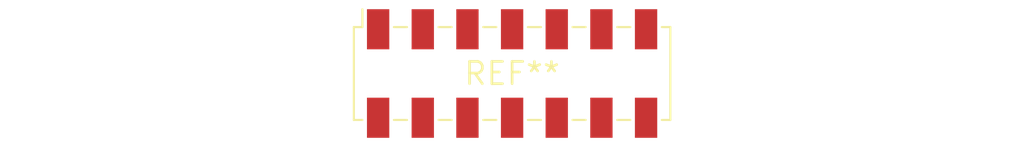
<source format=kicad_pcb>
(kicad_pcb (version 20240108) (generator pcbnew)
  (layers (0 "F.Cu" signal) (31 "B.Cu" signal) (34 "B.Paste" user) (35 "F.Paste" user) (36 "B.SilkS" user "B.Silkscreen") (37 "F.SilkS" user "F.Silkscreen") (38 "B.Mask" user) (39 "F.Mask" user) (44 "Edge.Cuts" user))
  (net 0 "")
  (footprint "Samtec_HLE-107-02-xxx-DV-A_2x07_P2.54mm_Horizontal" (layer "F.Cu") (at 0 0)
    (property "Reference" "REF**")
    (property "Value" "Samtec_HLE-107-02-xxx-DV-A_2x07_P2.54mm_Horizontal")
    (fp_line (start -9 -2.65) (end -9 2.65) (layer "F.SilkS") (stroke (width 0.12)))
    (fp_line (start -9 2.65) (end -8.515 2.65) (layer "F.SilkS") (stroke (width 0.12)))
    (fp_line (start -8.515 -3.67) (end -8.515 -2.65) (layer "F.SilkS") (stroke (width 0.12)))
    (fp_line (start -8.515 -2.65) (end -9 -2.65) (layer "F.SilkS") (stroke (width 0.12)))
    (fp_line (start -6.725 -2.65) (end -5.975 -2.65) (layer "F.SilkS") (stroke (width 0.12)))
    (fp_line (start -6.725 2.65) (end -5.975 2.65) (layer "F.SilkS") (stroke (width 0.12)))
    (fp_line (start -4.185 -2.65) (end -3.435 -2.65) (layer "F.SilkS") (stroke (width 0.12)))
    (fp_line (start -4.185 2.65) (end -3.435 2.65) (layer "F.SilkS") (stroke (width 0.12)))
    (fp_line (start -1.645 -2.65) (end -0.895 -2.65) (layer "F.SilkS") (stroke (width 0.12)))
    (fp_line (start -1.645 2.65) (end -0.895 2.65) (layer "F.SilkS") (stroke (width 0.12)))
    (fp_line (start 0.895 -2.65) (end 1.645 -2.65) (layer "F.SilkS") (stroke (width 0.12)))
    (fp_line (start 0.895 2.65) (end 1.645 2.65) (layer "F.SilkS") (stroke (width 0.12)))
    (fp_line (start 3.435 -2.65) (end 4.185 -2.65) (layer "F.SilkS") (stroke (width 0.12)))
    (fp_line (start 3.435 2.65) (end 4.185 2.65) (layer "F.SilkS") (stroke (width 0.12)))
    (fp_line (start 5.975 -2.65) (end 6.725 -2.65) (layer "F.SilkS") (stroke (width 0.12)))
    (fp_line (start 5.975 2.65) (end 6.725 2.65) (layer "F.SilkS") (stroke (width 0.12)))
    (fp_line (start 8.515 -2.65) (end 9 -2.65) (layer "F.SilkS") (stroke (width 0.12)))
    (fp_line (start 9 -2.65) (end 9 2.65) (layer "F.SilkS") (stroke (width 0.12)))
    (fp_line (start 9 2.65) (end 8.515 2.65) (layer "F.SilkS") (stroke (width 0.12)))
    (pad "" np_thru_hole circle (at -6.35 0) (size 1.78 1.78) (drill 1.78) (layers *.Cu *.Mask))
    (pad "" np_thru_hole circle (at 6.35 0) (size 1.78 1.78) (drill 1.78) (layers *.Cu *.Mask))
    (pad "1" smd rect (at -7.62 -2.525) (size 1.27 2.29) (layers "F.Cu" "F.Paste" "F.Mask"))
    (pad "2" smd rect (at -7.62 2.525) (size 1.27 2.29) (layers "F.Cu" "F.Paste" "F.Mask"))
    (pad "3" smd rect (at -5.08 -2.525) (size 1.27 2.29) (layers "F.Cu" "F.Paste" "F.Mask"))
    (pad "4" smd rect (at -5.08 2.525) (size 1.27 2.29) (layers "F.Cu" "F.Paste" "F.Mask"))
    (pad "5" smd rect (at -2.54 -2.525) (size 1.27 2.29) (layers "F.Cu" "F.Paste" "F.Mask"))
    (pad "6" smd rect (at -2.54 2.525) (size 1.27 2.29) (layers "F.Cu" "F.Paste" "F.Mask"))
    (pad "7" smd rect (at 0 -2.525) (size 1.27 2.29) (layers "F.Cu" "F.Paste" "F.Mask"))
    (pad "8" smd rect (at 0 2.525) (size 1.27 2.29) (layers "F.Cu" "F.Paste" "F.Mask"))
    (pad "9" smd rect (at 2.54 -2.525) (size 1.27 2.29) (layers "F.Cu" "F.Paste" "F.Mask"))
    (pad "10" smd rect (at 2.54 2.525) (size 1.27 2.29) (layers "F.Cu" "F.Paste" "F.Mask"))
    (pad "11" smd rect (at 5.08 -2.525) (size 1.27 2.29) (layers "F.Cu" "F.Paste" "F.Mask"))
    (pad "12" smd rect (at 5.08 2.525) (size 1.27 2.29) (layers "F.Cu" "F.Paste" "F.Mask"))
    (pad "13" smd rect (at 7.62 -2.525) (size 1.27 2.29) (layers "F.Cu" "F.Paste" "F.Mask"))
    (pad "14" smd rect (at 7.62 2.525) (size 1.27 2.29) (layers "F.Cu" "F.Paste" "F.Mask"))
  )
)
</source>
